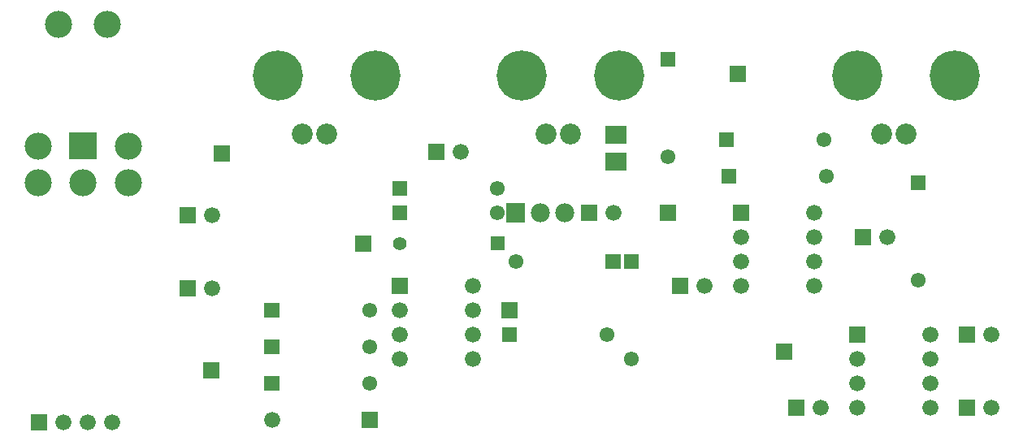
<source format=gbr>
G04 start of page 7 for group -4062 idx -4062 *
G04 Title: (unknown), soldermask *
G04 Creator: pcb 20110918 *
G04 CreationDate: Tue Oct  7 19:52:02 2014 UTC *
G04 For: fosse *
G04 Format: Gerber/RS-274X *
G04 PCB-Dimensions: 470000 250000 *
G04 PCB-Coordinate-Origin: lower left *
%MOIN*%
%FSLAX25Y25*%
%LNBOTTOMMASK*%
%ADD79R,0.0750X0.0750*%
%ADD78C,0.0780*%
%ADD77C,0.1110*%
%ADD76C,0.2060*%
%ADD75C,0.0860*%
%ADD74C,0.0560*%
%ADD73C,0.0610*%
%ADD72C,0.0660*%
%ADD71C,0.0001*%
G54D71*G36*
X131950Y111550D02*Y105450D01*
X138050D01*
Y111550D01*
X131950D01*
G37*
G36*
Y126550D02*Y120450D01*
X138050D01*
Y126550D01*
X131950D01*
G37*
G54D72*X135000Y78500D03*
G54D71*G36*
X131950Y96550D02*Y90450D01*
X138050D01*
Y96550D01*
X131950D01*
G37*
G54D73*X175000Y108500D03*
G54D71*G36*
X171700Y81800D02*Y75200D01*
X178300D01*
Y81800D01*
X171700D01*
G37*
G54D73*X175000Y93500D03*
Y123500D03*
G54D71*G36*
X184200Y136800D02*Y130200D01*
X190800D01*
Y136800D01*
X184200D01*
G37*
G54D72*X187500Y123500D03*
Y113500D03*
Y103500D03*
G54D71*G36*
X97200Y135800D02*Y129200D01*
X103800D01*
Y135800D01*
X97200D01*
G37*
G36*
X36200Y80800D02*Y74200D01*
X42800D01*
Y80800D01*
X36200D01*
G37*
G54D72*X49500Y77500D03*
X59500D03*
X69500D03*
X110500Y132500D03*
G54D71*G36*
X106700Y102300D02*Y95700D01*
X113300D01*
Y102300D01*
X106700D01*
G37*
G36*
X231100Y167400D02*Y159600D01*
X238900D01*
Y167400D01*
X231100D01*
G37*
G36*
X224700Y153800D02*Y148200D01*
X230300D01*
Y153800D01*
X224700D01*
G37*
G54D74*X187500Y151000D03*
G54D71*G36*
X184450Y166550D02*Y160450D01*
X190550D01*
Y166550D01*
X184450D01*
G37*
G54D73*X227500Y163500D03*
G54D71*G36*
X199200Y191800D02*Y185200D01*
X205800D01*
Y191800D01*
X199200D01*
G37*
G36*
X184450Y176550D02*Y170450D01*
X190550D01*
Y176550D01*
X184450D01*
G37*
G54D75*X147500Y196000D03*
X157500D03*
G54D76*X137500Y220000D03*
X177500D03*
G54D71*G36*
X169200Y154300D02*Y147700D01*
X175800D01*
Y154300D01*
X169200D01*
G37*
G36*
X97200Y165800D02*Y159200D01*
X103800D01*
Y165800D01*
X97200D01*
G37*
G54D72*X110500Y162500D03*
G54D77*X47500Y241000D03*
X67500D03*
G54D71*G36*
X51950Y196550D02*Y185450D01*
X63050D01*
Y196550D01*
X51950D01*
G37*
G54D77*X39000Y191000D03*
X76000D03*
X39000Y176000D03*
X57500D03*
X76000D03*
G54D71*G36*
X111200Y191300D02*Y184700D01*
X117800D01*
Y191300D01*
X111200D01*
G37*
G54D75*X247500Y196000D03*
G54D76*X237500Y220000D03*
G54D75*X257500Y196000D03*
G54D76*X277500Y220000D03*
G54D72*X212500Y188500D03*
G54D73*X227500Y173500D03*
G54D71*G36*
X294450Y229550D02*Y223450D01*
X300550D01*
Y229550D01*
X294450D01*
G37*
G54D73*X297500Y186500D03*
G54D71*G36*
X318450Y196550D02*Y190450D01*
X324550D01*
Y196550D01*
X318450D01*
G37*
G36*
X322700Y223800D02*Y217200D01*
X329300D01*
Y223800D01*
X322700D01*
G37*
G36*
X416700Y86800D02*Y80200D01*
X423300D01*
Y86800D01*
X416700D01*
G37*
G54D72*X430000Y83500D03*
G54D71*G36*
X416700Y116800D02*Y110200D01*
X423300D01*
Y116800D01*
X416700D01*
G37*
G54D72*X430000Y113500D03*
G54D71*G36*
X371700Y116800D02*Y110200D01*
X378300D01*
Y116800D01*
X371700D01*
G37*
G54D72*X405000Y113500D03*
X375000Y103500D03*
X405000D03*
X375000Y93500D03*
Y83500D03*
X405000D03*
Y93500D03*
G54D71*G36*
X229450Y116550D02*Y110450D01*
X235550D01*
Y116550D01*
X229450D01*
G37*
G54D78*X245000Y163500D03*
X255000D03*
G54D71*G36*
X261700Y166800D02*Y160200D01*
X268300D01*
Y166800D01*
X261700D01*
G37*
G54D73*X235000Y143500D03*
G54D71*G36*
X229200Y126800D02*Y120200D01*
X235800D01*
Y126800D01*
X229200D01*
G37*
G54D73*X272500Y113500D03*
G54D72*X275000Y163500D03*
G54D71*G36*
X271950Y146550D02*Y140450D01*
X278050D01*
Y146550D01*
X271950D01*
G37*
G36*
X279450D02*Y140450D01*
X285550D01*
Y146550D01*
X279450D01*
G37*
G36*
X299200Y136800D02*Y130200D01*
X305800D01*
Y136800D01*
X299200D01*
G37*
G54D72*X312500Y133500D03*
G54D73*X282500Y103500D03*
G54D71*G36*
X294200Y166800D02*Y160200D01*
X300800D01*
Y166800D01*
X294200D01*
G37*
G36*
X319450Y181550D02*Y175450D01*
X325550D01*
Y181550D01*
X319450D01*
G37*
G36*
X324200Y166800D02*Y160200D01*
X330800D01*
Y166800D01*
X324200D01*
G37*
G54D72*X327500Y153500D03*
Y143500D03*
Y133500D03*
X217500Y103500D03*
Y113500D03*
Y123500D03*
Y133500D03*
G54D76*X375000Y220000D03*
X415000D03*
G54D73*X362500Y178500D03*
X361500Y193500D03*
G54D75*X385000Y196000D03*
X395000D03*
G54D72*X387500Y153500D03*
G54D71*G36*
X397150Y179050D02*Y172950D01*
X403250D01*
Y179050D01*
X397150D01*
G37*
G54D73*X400200Y136000D03*
G54D71*G36*
X374200Y156800D02*Y150200D01*
X380800D01*
Y156800D01*
X374200D01*
G37*
G54D72*X357500Y133500D03*
Y143500D03*
Y153500D03*
Y163500D03*
G54D71*G36*
X346700Y86800D02*Y80200D01*
X353300D01*
Y86800D01*
X346700D01*
G37*
G54D72*X360000Y83500D03*
G54D71*G36*
X341700Y109800D02*Y103200D01*
X348300D01*
Y109800D01*
X341700D01*
G37*
G54D79*X275400Y184500D02*X276600D01*
X275400Y195500D02*X276600D01*
M02*

</source>
